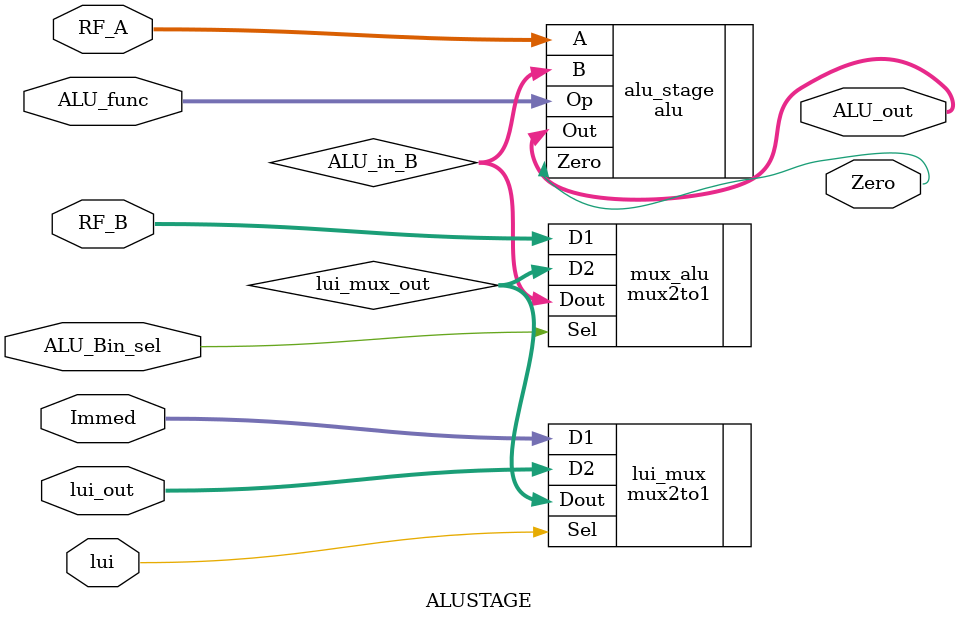
<source format=v>
`timescale 1ns / 1ps
module ALUSTAGE(
    input [31:0] RF_A,
    input [31:0] RF_B,
    input [31:0] Immed,
    input ALU_Bin_sel,
    input [31:0] lui_out,
    input lui,
    input [3:0] ALU_func,
    output [31:0] ALU_out,
    output Zero
    );
	 
	 wire [31:0] ALU_in_B;
	 wire [31:0] lui_mux_out;
	 
	 //Create MUX for lui
	 mux2to1 lui_mux (.D1(Immed), .D2(lui_out), .Sel(lui), .Dout(lui_mux_out));
	 
	 //Create MUX
	 mux2to1 mux_alu (.D1(RF_B), .D2(lui_mux_out), .Sel(ALU_Bin_sel), .Dout(ALU_in_B));
	 
	 //Create ALU
	 alu alu_stage (.A(RF_A), .B(ALU_in_B), .Op(ALU_func), .Out(ALU_out), .Zero(Zero));


endmodule

</source>
